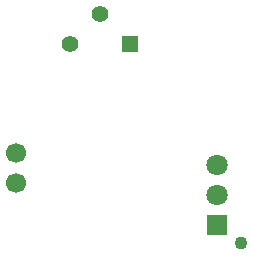
<source format=gbr>
%TF.GenerationSoftware,KiCad,Pcbnew,8.0.3*%
%TF.CreationDate,2024-11-14T20:06:39-08:00*%
%TF.ProjectId,SpeakerR,53706561-6b65-4725-922e-6b696361645f,rev?*%
%TF.SameCoordinates,Original*%
%TF.FileFunction,Soldermask,Bot*%
%TF.FilePolarity,Negative*%
%FSLAX46Y46*%
G04 Gerber Fmt 4.6, Leading zero omitted, Abs format (unit mm)*
G04 Created by KiCad (PCBNEW 8.0.3) date 2024-11-14 20:06:39*
%MOMM*%
%LPD*%
G01*
G04 APERTURE LIST*
G04 Aperture macros list*
%AMRoundRect*
0 Rectangle with rounded corners*
0 $1 Rounding radius*
0 $2 $3 $4 $5 $6 $7 $8 $9 X,Y pos of 4 corners*
0 Add a 4 corners polygon primitive as box body*
4,1,4,$2,$3,$4,$5,$6,$7,$8,$9,$2,$3,0*
0 Add four circle primitives for the rounded corners*
1,1,$1+$1,$2,$3*
1,1,$1+$1,$4,$5*
1,1,$1+$1,$6,$7*
1,1,$1+$1,$8,$9*
0 Add four rect primitives between the rounded corners*
20,1,$1+$1,$2,$3,$4,$5,0*
20,1,$1+$1,$4,$5,$6,$7,0*
20,1,$1+$1,$6,$7,$8,$9,0*
20,1,$1+$1,$8,$9,$2,$3,0*%
G04 Aperture macros list end*
%ADD10C,1.800000*%
%ADD11R,1.800000X1.800000*%
%ADD12C,1.100000*%
%ADD13C,1.700000*%
%ADD14RoundRect,0.102000X0.609000X0.609000X-0.609000X0.609000X-0.609000X-0.609000X0.609000X-0.609000X0*%
%ADD15C,1.422000*%
G04 APERTURE END LIST*
D10*
%TO.C,J2*%
X125984000Y-101386000D03*
X125984000Y-103886000D03*
D11*
X125984000Y-106386000D03*
D12*
X127984000Y-107986000D03*
%TD*%
D13*
%TO.C,J1*%
X108966000Y-102870000D03*
X108966000Y-100330000D03*
%TD*%
D14*
%TO.C,RV1*%
X118592600Y-91135200D03*
D15*
X116052600Y-88595200D03*
X113512600Y-91135200D03*
%TD*%
M02*

</source>
